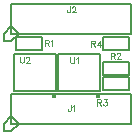
<source format=gto>
G04 DipTrace Beta 2.9.0.1*
G04 DAULopampBOTTOM.GTO*
%MOIN*%
G04 #@! TF.FileFunction,Legend,Top*
G04 #@! TF.Part,Single*
%ADD14C,0.005*%
%ADD21C,0.015746*%
%ADD12C,0.003*%
%FSLAX26Y26*%
G04*
G70*
G90*
G75*
G01*
G04 TopSilk*
%LPD*%
X400000Y0D2*
D14*
X-10D1*
X400000Y100000D2*
Y0D1*
X-10Y100000D2*
X400000D1*
X-10Y0D2*
Y100000D1*
X-25000Y0D2*
X-10Y25000D1*
X24980Y0D1*
X-10Y-25000D1*
X-25000D1*
Y0D1*
X400000Y300000D2*
X-10D1*
X400000Y400000D2*
Y300000D1*
X-10Y400000D2*
X400000D1*
X-10Y300000D2*
Y400000D1*
X-25000Y300000D2*
X-10Y325000D1*
X24980Y300000D1*
X-10Y275000D1*
X-25000D1*
Y300000D1*
X100500Y288307D2*
X14193D1*
Y245000D1*
X100500D1*
Y288307D1*
X390500Y205807D2*
X304193D1*
Y162500D1*
X390500D1*
Y205807D1*
Y155807D2*
X304193D1*
Y112500D1*
X390500D1*
Y155807D1*
X306154Y245846D2*
X392461D1*
Y289154D1*
X306154D1*
Y245846D1*
X296496Y106910D2*
X154764D1*
Y232894D1*
X296496D1*
Y106910D1*
D21*
X288623Y91164D3*
X148996Y106910D2*
D14*
X7264D1*
Y232894D1*
X148996D1*
Y106910D1*
D21*
X141123Y91164D3*
X196800Y60289D2*
D12*
Y44991D1*
X195849Y42117D1*
X194876Y41166D1*
X192975Y40193D1*
X191052D1*
X189150Y41166D1*
X188200Y42117D1*
X187227Y44991D1*
Y46892D1*
X202975Y56442D2*
X204899Y57415D1*
X207773Y60267D1*
Y40193D1*
X194500Y390289D2*
Y374991D1*
X193549Y372117D1*
X192576Y371166D1*
X190675Y370193D1*
X188752D1*
X186851Y371166D1*
X185900Y372117D1*
X184927Y374991D1*
Y376892D1*
X201648Y385492D2*
Y386442D1*
X202599Y388366D1*
X203550Y389316D1*
X205473Y390267D1*
X209298D1*
X211199Y389316D1*
X212149Y388366D1*
X213122Y386442D1*
Y384541D1*
X212149Y382618D1*
X210248Y379766D1*
X200676Y370193D1*
X214073D1*
X111161Y269024D2*
X119761D1*
X122635Y269996D1*
X123608Y270947D1*
X124559Y272848D1*
Y274772D1*
X123608Y276673D1*
X122635Y277646D1*
X119761Y278596D1*
X111161D1*
Y258500D1*
X117860Y269024D2*
X124559Y258500D1*
X130734Y274750D2*
X132658Y275722D1*
X135532Y278574D1*
Y258500D1*
X330861Y225524D2*
X339461D1*
X342335Y226496D1*
X343308Y227447D1*
X344259Y229348D1*
Y231272D1*
X343308Y233173D1*
X342335Y234146D1*
X339461Y235096D1*
X330861D1*
Y215000D1*
X337560Y225524D2*
X344259Y215000D1*
X351407Y230299D2*
Y231250D1*
X352358Y233173D1*
X353308Y234124D1*
X355232Y235074D1*
X359056D1*
X360958Y234124D1*
X361908Y233173D1*
X362881Y231250D1*
Y229348D1*
X361908Y227425D1*
X360007Y224573D1*
X350434Y215000D1*
X363832D1*
X285861Y70524D2*
X294461D1*
X297335Y71496D1*
X298308Y72447D1*
X299259Y74348D1*
Y76272D1*
X298308Y78173D1*
X297335Y79146D1*
X294461Y80096D1*
X285861D1*
Y60000D1*
X292560Y70524D2*
X299259Y60000D1*
X307358Y80074D2*
X317859D1*
X312133Y72425D1*
X315007D1*
X316908Y71474D1*
X317859Y70524D1*
X318832Y67650D1*
Y65748D1*
X317859Y62874D1*
X315958Y60951D1*
X313084Y60000D1*
X310210D1*
X307358Y60951D1*
X306407Y61924D1*
X305434Y63825D1*
X266347Y266870D2*
X274947D1*
X277821Y267843D1*
X278793Y268793D1*
X279744Y270695D1*
Y272618D1*
X278793Y274519D1*
X277821Y275492D1*
X274947Y276443D1*
X266347D1*
Y256347D1*
X273045Y266870D2*
X279744Y256347D1*
X295492D2*
Y276421D1*
X285920Y263045D1*
X300268D1*
X196445Y220183D2*
Y205835D1*
X197395Y202961D1*
X199319Y201060D1*
X202193Y200087D1*
X204094D1*
X206968Y201060D1*
X208891Y202961D1*
X209842Y205835D1*
Y220183D1*
X216018Y216336D2*
X217941Y217309D1*
X220815Y220161D1*
Y200087D1*
X27645Y223183D2*
Y208835D1*
X28595Y205961D1*
X30519Y204060D1*
X33393Y203087D1*
X35294D1*
X38168Y204060D1*
X40091Y205961D1*
X41042Y208835D1*
Y223183D1*
X48191Y218386D2*
Y219336D1*
X49141Y221260D1*
X50092Y222210D1*
X52015Y223161D1*
X55840D1*
X57741Y222210D1*
X58692Y221260D1*
X59664Y219336D1*
Y217435D1*
X58692Y215512D1*
X56790Y212660D1*
X47218Y203087D1*
X60615D1*
M02*

</source>
